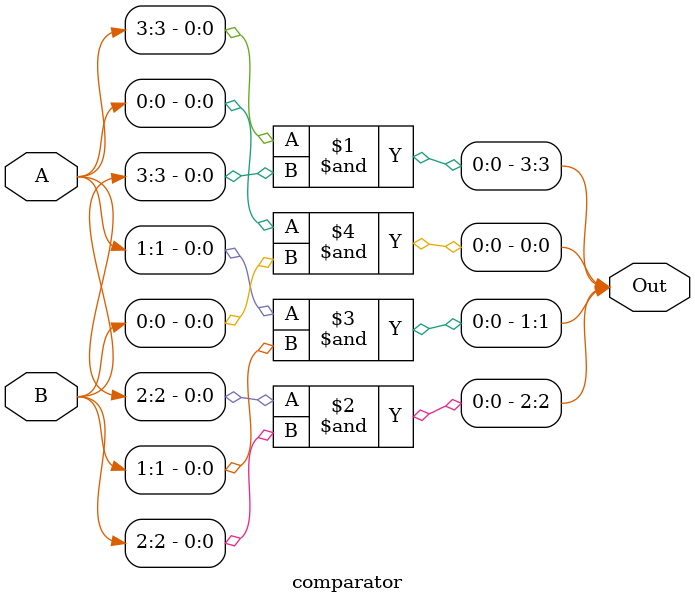
<source format=v>
module comparator(Out,A,B);
    input [3:0] A;
    input [3:0] B;
    output [3:0] Out;
    and g1(Out[3],A[3],B[3]);    
    and g2(Out[2],A[2],B[2]);
    and g3(Out[1],A[1],B[1]);
    and g4(Out[0],A[0],B[0]);
endmodule
</source>
